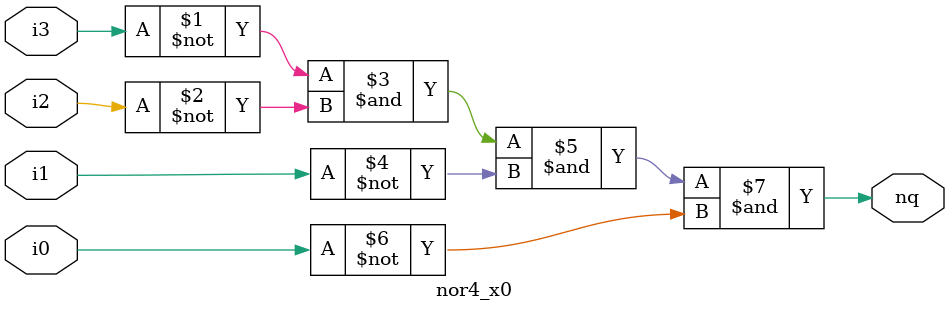
<source format=v>
/*                                                                      */
/*  Avertec Release v3.4p5 (64 bits on Linux 6.7.12+bpo-amd64)          */
/*  [AVT_only] host: fsdev                                              */
/*  [AVT_only] arch: x86_64                                             */
/*  [AVT_only] path: /opt/tasyag-3.4p5/bin/avt_shell                    */
/*  argv:                                                               */
/*                                                                      */
/*  User: verhaegs                                                      */
/*  Generation date Tue Sep 24 13:35:35 2024                            */
/*                                                                      */
/*  Verilog data flow description generated from `nor4_x0`              */
/*                                                                      */


`timescale 1 ps/1 ps

module nor4_x0 (nq, i0, i1, i2, i3);

  output nq;
  input  i0;
  input  i1;
  input  i2;
  input  i3;


  assign nq = (~(i3) & ~(i2) & ~(i1) & ~(i0));

endmodule

</source>
